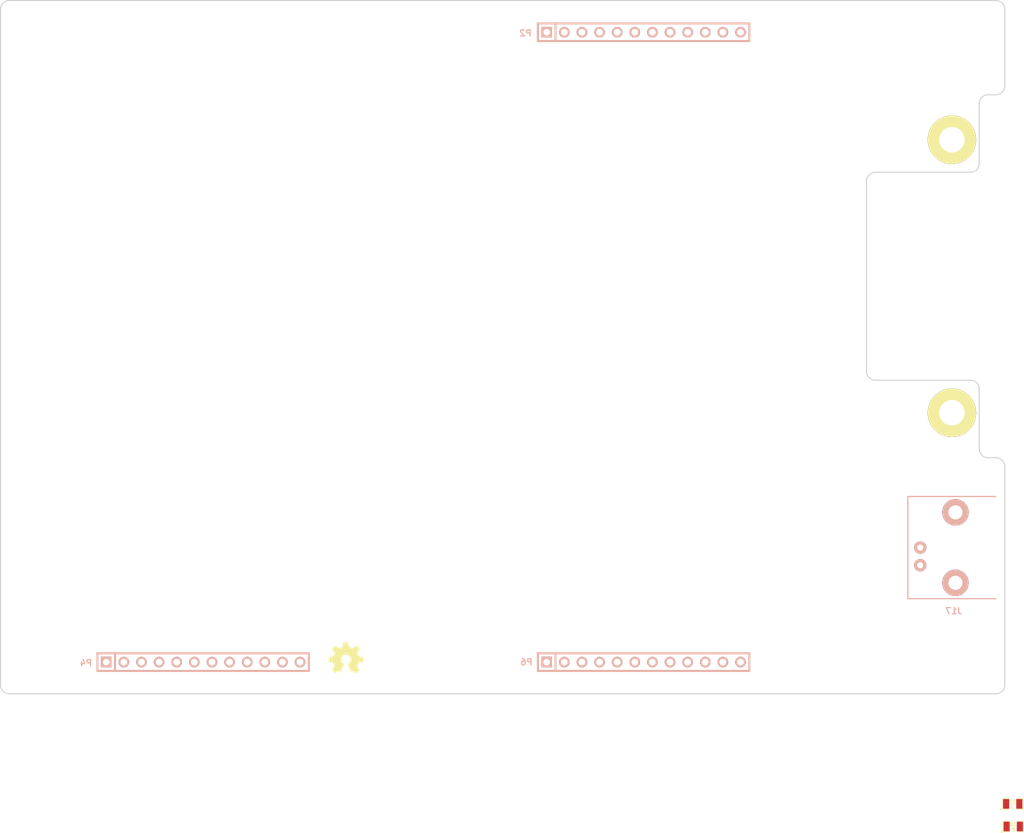
<source format=kicad_pcb>
(kicad_pcb (version 3) (host pcbnew "(2013-03-19 BZR 4004)-stable")

  (general
    (links 4)
    (no_connects 4)
    (area 50.724999 50.724999 195.655001 150.824001)
    (thickness 1.6)
    (drawings 24)
    (tracks 0)
    (zones 0)
    (modules 9)
    (nets 2)
  )

  (page USLetter)
  (title_block 
    (title "ODR-1 RF Amp & Antenna Tuner Board")
    (rev A)
  )

  (layers
    (15 F.Cu signal)
    (0 B.Cu signal)
    (16 B.Adhes user)
    (17 F.Adhes user)
    (18 B.Paste user)
    (19 F.Paste user)
    (20 B.SilkS user)
    (21 F.SilkS user)
    (22 B.Mask user)
    (23 F.Mask user)
    (24 Dwgs.User user)
    (25 Cmts.User user)
    (26 Eco1.User user)
    (27 Eco2.User user)
    (28 Edge.Cuts user)
  )

  (setup
    (last_trace_width 0.254)
    (trace_clearance 0.254)
    (zone_clearance 0.508)
    (zone_45_only no)
    (trace_min 0.254)
    (segment_width 0.2)
    (edge_width 0.15)
    (via_size 0.889)
    (via_drill 0.635)
    (via_min_size 0.889)
    (via_min_drill 0.508)
    (uvia_size 0.508)
    (uvia_drill 0.127)
    (uvias_allowed no)
    (uvia_min_size 0.508)
    (uvia_min_drill 0.127)
    (pcb_text_width 0.3)
    (pcb_text_size 1 1)
    (mod_edge_width 0.15)
    (mod_text_size 1 1)
    (mod_text_width 0.15)
    (pad_size 1.778 1.778)
    (pad_drill 0.889)
    (pad_to_mask_clearance 0)
    (aux_axis_origin 0 0)
    (visible_elements 7FFFFFFF)
    (pcbplotparams
      (layerselection 3178497)
      (usegerberextensions true)
      (excludeedgelayer true)
      (linewidth 152400)
      (plotframeref false)
      (viasonmask false)
      (mode 1)
      (useauxorigin false)
      (hpglpennumber 1)
      (hpglpenspeed 20)
      (hpglpendiameter 15)
      (hpglpenoverlay 2)
      (psnegative false)
      (psa4output false)
      (plotreference true)
      (plotvalue true)
      (plotothertext true)
      (plotinvisibletext false)
      (padsonsilk false)
      (subtractmaskfromsilk false)
      (outputformat 1)
      (mirror false)
      (drillshape 1)
      (scaleselection 1)
      (outputdirectory ""))
  )

  (net 0 "")
  (net 1 GND)

  (net_class Default "This is the default net class."
    (clearance 0.254)
    (trace_width 0.254)
    (via_dia 0.889)
    (via_drill 0.635)
    (uvia_dia 0.508)
    (uvia_drill 0.127)
    (add_net "")
    (add_net GND)
  )

  (module SM0805 (layer F.Cu) (tedit 5091495C) (tstamp 56884D26)
    (at 196.723 166.624)
    (path /53263B5D/568840B2)
    (attr smd)
    (fp_text reference C1 (at 0 -0.3175) (layer F.SilkS)
      (effects (font (size 0.50038 0.50038) (thickness 0.10922)))
    )
    (fp_text value C (at 0 0.381) (layer F.SilkS)
      (effects (font (size 0.50038 0.50038) (thickness 0.10922)))
    )
    (fp_circle (center -1.651 0.762) (end -1.651 0.635) (layer F.SilkS) (width 0.09906))
    (fp_line (start -0.508 0.762) (end -1.524 0.762) (layer F.SilkS) (width 0.09906))
    (fp_line (start -1.524 0.762) (end -1.524 -0.762) (layer F.SilkS) (width 0.09906))
    (fp_line (start -1.524 -0.762) (end -0.508 -0.762) (layer F.SilkS) (width 0.09906))
    (fp_line (start 0.508 -0.762) (end 1.524 -0.762) (layer F.SilkS) (width 0.09906))
    (fp_line (start 1.524 -0.762) (end 1.524 0.762) (layer F.SilkS) (width 0.09906))
    (fp_line (start 1.524 0.762) (end 0.508 0.762) (layer F.SilkS) (width 0.09906))
    (pad 1 smd rect (at -0.9525 0) (size 0.889 1.397)
      (layers F.Cu F.Paste F.Mask)
    )
    (pad 2 smd rect (at 0.9525 0) (size 0.889 1.397)
      (layers F.Cu F.Paste F.Mask)
    )
    (model smd/chip_cms.wrl
      (at (xyz 0 0 0))
      (scale (xyz 0.1 0.1 0.1))
      (rotate (xyz 0 0 0))
    )
  )

  (module SM0805 (layer F.Cu) (tedit 5091495C) (tstamp 56884D33)
    (at 196.798001 169.879001)
    (path /53263B5D/568840C1)
    (attr smd)
    (fp_text reference R1 (at 0 -0.3175) (layer F.SilkS)
      (effects (font (size 0.50038 0.50038) (thickness 0.10922)))
    )
    (fp_text value R (at 0 0.381) (layer F.SilkS)
      (effects (font (size 0.50038 0.50038) (thickness 0.10922)))
    )
    (fp_circle (center -1.651 0.762) (end -1.651 0.635) (layer F.SilkS) (width 0.09906))
    (fp_line (start -0.508 0.762) (end -1.524 0.762) (layer F.SilkS) (width 0.09906))
    (fp_line (start -1.524 0.762) (end -1.524 -0.762) (layer F.SilkS) (width 0.09906))
    (fp_line (start -1.524 -0.762) (end -0.508 -0.762) (layer F.SilkS) (width 0.09906))
    (fp_line (start 0.508 -0.762) (end 1.524 -0.762) (layer F.SilkS) (width 0.09906))
    (fp_line (start 1.524 -0.762) (end 1.524 0.762) (layer F.SilkS) (width 0.09906))
    (fp_line (start 1.524 0.762) (end 0.508 0.762) (layer F.SilkS) (width 0.09906))
    (pad 1 smd rect (at -0.9525 0) (size 0.889 1.397)
      (layers F.Cu F.Paste F.Mask)
    )
    (pad 2 smd rect (at 0.9525 0) (size 0.889 1.397)
      (layers F.Cu F.Paste F.Mask)
    )
    (model smd/chip_cms.wrl
      (at (xyz 0 0 0))
      (scale (xyz 0.1 0.1 0.1))
      (rotate (xyz 0 0 0))
    )
  )

  (module SIL-12-1   locked (layer B.Cu) (tedit 568873CA) (tstamp 56887185)
    (at 143.51 55.372)
    (descr "Connecteur 12 pins")
    (tags "CONN DEV")
    (path /53263B5D/5688404E)
    (fp_text reference P2 (at -17.018 0.127) (layer B.SilkS)
      (effects (font (size 0.889 0.889) (thickness 0.1778)) (justify mirror))
    )
    (fp_text value CONN_12 (at 7.62 2.54) (layer B.SilkS) hide
      (effects (font (size 0.889 0.889) (thickness 0.1778)) (justify mirror))
    )
    (fp_line (start -15.24 -1.27) (end -15.24 -1.27) (layer B.SilkS) (width 0.3048))
    (fp_line (start -15.24 -1.27) (end -15.24 1.27) (layer B.SilkS) (width 0.3048))
    (fp_line (start -15.24 1.27) (end 10.16 1.27) (layer B.SilkS) (width 0.3048))
    (fp_line (start 10.16 -1.27) (end -15.24 -1.27) (layer B.SilkS) (width 0.3048))
    (fp_line (start -12.7 -1.27) (end -12.7 1.27) (layer B.SilkS) (width 0.3048))
    (fp_line (start 10.16 1.27) (end 14.605 1.27) (layer B.SilkS) (width 0.3048))
    (fp_line (start 14.605 1.27) (end 15.24 1.27) (layer B.SilkS) (width 0.3048))
    (fp_line (start 15.24 1.27) (end 15.24 -1.27) (layer B.SilkS) (width 0.3048))
    (fp_line (start 15.24 -1.27) (end 10.16 -1.27) (layer B.SilkS) (width 0.3048))
    (pad 1 thru_hole rect (at -13.97 0) (size 1.524 1.524) (drill 0.965199)
      (layers *.Cu *.Mask B.SilkS)
    )
    (pad 2 thru_hole circle (at -11.43 0) (size 1.524 1.524) (drill 0.965199)
      (layers *.Cu *.Mask B.SilkS)
    )
    (pad 3 thru_hole circle (at -8.89 0) (size 1.524 1.524) (drill 0.965199)
      (layers *.Cu *.Mask B.SilkS)
    )
    (pad 4 thru_hole circle (at -6.35 0) (size 1.524 1.524) (drill 0.965199)
      (layers *.Cu *.Mask B.SilkS)
    )
    (pad 5 thru_hole circle (at -3.81 0) (size 1.524 1.524) (drill 0.965199)
      (layers *.Cu *.Mask B.SilkS)
    )
    (pad 6 thru_hole circle (at -1.27 0) (size 1.524 1.524) (drill 0.965199)
      (layers *.Cu *.Mask B.SilkS)
    )
    (pad 7 thru_hole circle (at 1.27 0) (size 1.524 1.524) (drill 0.965199)
      (layers *.Cu *.Mask B.SilkS)
    )
    (pad 8 thru_hole circle (at 3.81 0) (size 1.524 1.524) (drill 0.965199)
      (layers *.Cu *.Mask B.SilkS)
    )
    (pad 9 thru_hole circle (at 6.35 0) (size 1.524 1.524) (drill 0.965199)
      (layers *.Cu *.Mask B.SilkS)
    )
    (pad 10 thru_hole circle (at 8.89 0) (size 1.524 1.524) (drill 0.965199)
      (layers *.Cu *.Mask B.SilkS)
    )
    (pad 11 thru_hole circle (at 11.43 0) (size 1.524 1.524) (drill 0.965199)
      (layers *.Cu *.Mask B.SilkS)
    )
    (pad 12 thru_hole circle (at 13.97 0) (size 1.524 1.524) (drill 0.965199)
      (layers *.Cu *.Mask B.SilkS)
    )
    (model pin_array\pins_array_12x1.wrl
      (at (xyz 0 0 0))
      (scale (xyz 1 1 1))
      (rotate (xyz 0 0 0))
    )
  )

  (module SIL-12-1   locked (layer B.Cu) (tedit 568873B4) (tstamp 5688719E)
    (at 80.01 146.177)
    (descr "Connecteur 12 pins")
    (tags "CONN DEV")
    (path /53263B5D/5688407E)
    (fp_text reference P4 (at -16.891 0.127) (layer B.SilkS)
      (effects (font (size 0.889 0.889) (thickness 0.1778)) (justify mirror))
    )
    (fp_text value CONN_12 (at 7.62 2.54) (layer B.SilkS) hide
      (effects (font (size 0.889 0.889) (thickness 0.1778)) (justify mirror))
    )
    (fp_line (start -15.24 -1.27) (end -15.24 -1.27) (layer B.SilkS) (width 0.3048))
    (fp_line (start -15.24 -1.27) (end -15.24 1.27) (layer B.SilkS) (width 0.3048))
    (fp_line (start -15.24 1.27) (end 10.16 1.27) (layer B.SilkS) (width 0.3048))
    (fp_line (start 10.16 -1.27) (end -15.24 -1.27) (layer B.SilkS) (width 0.3048))
    (fp_line (start -12.7 -1.27) (end -12.7 1.27) (layer B.SilkS) (width 0.3048))
    (fp_line (start 10.16 1.27) (end 14.605 1.27) (layer B.SilkS) (width 0.3048))
    (fp_line (start 14.605 1.27) (end 15.24 1.27) (layer B.SilkS) (width 0.3048))
    (fp_line (start 15.24 1.27) (end 15.24 -1.27) (layer B.SilkS) (width 0.3048))
    (fp_line (start 15.24 -1.27) (end 10.16 -1.27) (layer B.SilkS) (width 0.3048))
    (pad 1 thru_hole rect (at -13.97 0) (size 1.524 1.524) (drill 0.965199)
      (layers *.Cu *.Mask B.SilkS)
    )
    (pad 2 thru_hole circle (at -11.43 0) (size 1.524 1.524) (drill 0.965199)
      (layers *.Cu *.Mask B.SilkS)
    )
    (pad 3 thru_hole circle (at -8.89 0) (size 1.524 1.524) (drill 0.965199)
      (layers *.Cu *.Mask B.SilkS)
    )
    (pad 4 thru_hole circle (at -6.35 0) (size 1.524 1.524) (drill 0.965199)
      (layers *.Cu *.Mask B.SilkS)
    )
    (pad 5 thru_hole circle (at -3.81 0) (size 1.524 1.524) (drill 0.965199)
      (layers *.Cu *.Mask B.SilkS)
    )
    (pad 6 thru_hole circle (at -1.27 0) (size 1.524 1.524) (drill 0.965199)
      (layers *.Cu *.Mask B.SilkS)
    )
    (pad 7 thru_hole circle (at 1.27 0) (size 1.524 1.524) (drill 0.965199)
      (layers *.Cu *.Mask B.SilkS)
    )
    (pad 8 thru_hole circle (at 3.81 0) (size 1.524 1.524) (drill 0.965199)
      (layers *.Cu *.Mask B.SilkS)
    )
    (pad 9 thru_hole circle (at 6.35 0) (size 1.524 1.524) (drill 0.965199)
      (layers *.Cu *.Mask B.SilkS)
    )
    (pad 10 thru_hole circle (at 8.89 0) (size 1.524 1.524) (drill 0.965199)
      (layers *.Cu *.Mask B.SilkS)
    )
    (pad 11 thru_hole circle (at 11.43 0) (size 1.524 1.524) (drill 0.965199)
      (layers *.Cu *.Mask B.SilkS)
    )
    (pad 12 thru_hole circle (at 13.97 0) (size 1.524 1.524) (drill 0.965199)
      (layers *.Cu *.Mask B.SilkS)
    )
    (model pin_array\pins_array_12x1.wrl
      (at (xyz 0 0 0))
      (scale (xyz 1 1 1))
      (rotate (xyz 0 0 0))
    )
  )

  (module SIL-12-1   locked (layer B.Cu) (tedit 568873C1) (tstamp 568871B7)
    (at 143.51 146.177)
    (descr "Connecteur 12 pins")
    (tags "CONN DEV")
    (path /53263B5D/56884084)
    (fp_text reference P6 (at -16.891 0) (layer B.SilkS)
      (effects (font (size 0.889 0.889) (thickness 0.1778)) (justify mirror))
    )
    (fp_text value CONN_12 (at 7.62 2.54) (layer B.SilkS) hide
      (effects (font (size 0.889 0.889) (thickness 0.1778)) (justify mirror))
    )
    (fp_line (start -15.24 -1.27) (end -15.24 -1.27) (layer B.SilkS) (width 0.3048))
    (fp_line (start -15.24 -1.27) (end -15.24 1.27) (layer B.SilkS) (width 0.3048))
    (fp_line (start -15.24 1.27) (end 10.16 1.27) (layer B.SilkS) (width 0.3048))
    (fp_line (start 10.16 -1.27) (end -15.24 -1.27) (layer B.SilkS) (width 0.3048))
    (fp_line (start -12.7 -1.27) (end -12.7 1.27) (layer B.SilkS) (width 0.3048))
    (fp_line (start 10.16 1.27) (end 14.605 1.27) (layer B.SilkS) (width 0.3048))
    (fp_line (start 14.605 1.27) (end 15.24 1.27) (layer B.SilkS) (width 0.3048))
    (fp_line (start 15.24 1.27) (end 15.24 -1.27) (layer B.SilkS) (width 0.3048))
    (fp_line (start 15.24 -1.27) (end 10.16 -1.27) (layer B.SilkS) (width 0.3048))
    (pad 1 thru_hole rect (at -13.97 0) (size 1.524 1.524) (drill 0.965199)
      (layers *.Cu *.Mask B.SilkS)
    )
    (pad 2 thru_hole circle (at -11.43 0) (size 1.524 1.524) (drill 0.965199)
      (layers *.Cu *.Mask B.SilkS)
    )
    (pad 3 thru_hole circle (at -8.89 0) (size 1.524 1.524) (drill 0.965199)
      (layers *.Cu *.Mask B.SilkS)
    )
    (pad 4 thru_hole circle (at -6.35 0) (size 1.524 1.524) (drill 0.965199)
      (layers *.Cu *.Mask B.SilkS)
    )
    (pad 5 thru_hole circle (at -3.81 0) (size 1.524 1.524) (drill 0.965199)
      (layers *.Cu *.Mask B.SilkS)
    )
    (pad 6 thru_hole circle (at -1.27 0) (size 1.524 1.524) (drill 0.965199)
      (layers *.Cu *.Mask B.SilkS)
    )
    (pad 7 thru_hole circle (at 1.27 0) (size 1.524 1.524) (drill 0.965199)
      (layers *.Cu *.Mask B.SilkS)
    )
    (pad 8 thru_hole circle (at 3.81 0) (size 1.524 1.524) (drill 0.965199)
      (layers *.Cu *.Mask B.SilkS)
    )
    (pad 9 thru_hole circle (at 6.35 0) (size 1.524 1.524) (drill 0.965199)
      (layers *.Cu *.Mask B.SilkS)
    )
    (pad 10 thru_hole circle (at 8.89 0) (size 1.524 1.524) (drill 0.965199)
      (layers *.Cu *.Mask B.SilkS)
    )
    (pad 11 thru_hole circle (at 11.43 0) (size 1.524 1.524) (drill 0.965199)
      (layers *.Cu *.Mask B.SilkS)
    )
    (pad 12 thru_hole circle (at 13.97 0) (size 1.524 1.524) (drill 0.965199)
      (layers *.Cu *.Mask B.SilkS)
    )
    (model pin_array\pins_array_12x1.wrl
      (at (xyz 0 0 0))
      (scale (xyz 1 1 1))
      (rotate (xyz 0 0 0))
    )
  )

  (module MH-6-32   locked (layer F.Cu) (tedit 56886D3E) (tstamp 568871BC)
    (at 187.96 70.866)
    (path /53263B5D/56886FE8)
    (fp_text reference MH2 (at 0 -2.54) (layer F.SilkS) hide
      (effects (font (size 1 1) (thickness 0.15)))
    )
    (fp_text value CONN_1 (at 0 2.54) (layer F.SilkS) hide
      (effects (font (size 1 1) (thickness 0.15)))
    )
    (pad 1 thru_hole circle (at 0 0) (size 6.985 6.985) (drill 3.682999)
      (layers *.Cu *.Mask F.SilkS)
      (net 1 GND)
    )
  )

  (module MH-6-32   locked (layer F.Cu) (tedit 56886D3E) (tstamp 568871C1)
    (at 187.96 110.236)
    (path /53263B5D/56887038)
    (fp_text reference MH1 (at 0 -2.54) (layer F.SilkS) hide
      (effects (font (size 1 1) (thickness 0.15)))
    )
    (fp_text value CONN_1 (at 0 2.54) (layer F.SilkS) hide
      (effects (font (size 1 1) (thickness 0.15)))
    )
    (pad 1 thru_hole circle (at 0 0) (size 6.985 6.985) (drill 3.682999)
      (layers *.Cu *.Mask F.SilkS)
      (net 1 GND)
    )
  )

  (module OSHW-logo_silkscreen-front_5mm (layer F.Cu) (tedit 0) (tstamp 56887CF3)
    (at 100.584 145.542)
    (fp_text reference G*** (at 0 2.65176) (layer F.SilkS) hide
      (effects (font (size 0.22606 0.22606) (thickness 0.04318)))
    )
    (fp_text value OSHW-logo_silkscreen-front_5mm (at 0 -2.65176) (layer F.SilkS) hide
      (effects (font (size 0.22606 0.22606) (thickness 0.04318)))
    )
    (fp_poly (pts (xy -1.51384 2.24536) (xy -1.48844 2.23012) (xy -1.43002 2.19456) (xy -1.3462 2.13868)
      (xy -1.24714 2.07264) (xy -1.14808 2.0066) (xy -1.0668 1.95326) (xy -1.01092 1.91516)
      (xy -0.98552 1.90246) (xy -0.97282 1.90754) (xy -0.9271 1.9304) (xy -0.85852 1.96596)
      (xy -0.81788 1.98628) (xy -0.75692 2.01168) (xy -0.7239 2.0193) (xy -0.71882 2.00914)
      (xy -0.69596 1.96088) (xy -0.6604 1.8796) (xy -0.61468 1.77038) (xy -0.5588 1.64338)
      (xy -0.50292 1.50876) (xy -0.4445 1.36906) (xy -0.38862 1.23444) (xy -0.34036 1.11506)
      (xy -0.29972 1.01854) (xy -0.27432 0.94996) (xy -0.26416 0.92202) (xy -0.2667 0.9144)
      (xy -0.29972 0.88392) (xy -0.35306 0.84328) (xy -0.47244 0.74676) (xy -0.58928 0.60198)
      (xy -0.6604 0.43688) (xy -0.68326 0.25146) (xy -0.66294 0.08128) (xy -0.5969 -0.08128)
      (xy -0.4826 -0.2286) (xy -0.3429 -0.33782) (xy -0.18034 -0.4064) (xy 0 -0.42926)
      (xy 0.17272 -0.40894) (xy 0.34036 -0.3429) (xy 0.48768 -0.23114) (xy 0.55118 -0.16002)
      (xy 0.63754 -0.01016) (xy 0.6858 0.14732) (xy 0.69088 0.18796) (xy 0.68326 0.36322)
      (xy 0.63246 0.5334) (xy 0.53848 0.68326) (xy 0.40894 0.80772) (xy 0.3937 0.81788)
      (xy 0.33528 0.8636) (xy 0.29464 0.89408) (xy 0.26416 0.91948) (xy 0.48768 1.45796)
      (xy 0.52324 1.54178) (xy 0.5842 1.6891) (xy 0.63754 1.8161) (xy 0.68072 1.9177)
      (xy 0.7112 1.98374) (xy 0.7239 2.01168) (xy 0.7239 2.01422) (xy 0.74422 2.01676)
      (xy 0.78486 2.00152) (xy 0.86106 1.96596) (xy 0.90932 1.94056) (xy 0.96774 1.91262)
      (xy 0.99314 1.90246) (xy 1.016 1.91516) (xy 1.06934 1.95072) (xy 1.15062 2.00406)
      (xy 1.24714 2.06756) (xy 1.33858 2.13106) (xy 1.4224 2.18694) (xy 1.48336 2.22504)
      (xy 1.51384 2.24282) (xy 1.51892 2.24282) (xy 1.54432 2.22758) (xy 1.59258 2.18694)
      (xy 1.66624 2.11836) (xy 1.77038 2.01422) (xy 1.78562 1.99898) (xy 1.87198 1.91262)
      (xy 1.94056 1.83896) (xy 1.98628 1.78816) (xy 2.00406 1.7653) (xy 2.00406 1.7653)
      (xy 1.98882 1.73482) (xy 1.95072 1.67386) (xy 1.89484 1.5875) (xy 1.82626 1.48844)
      (xy 1.64846 1.22936) (xy 1.74498 0.98552) (xy 1.77546 0.90932) (xy 1.81356 0.82042)
      (xy 1.8415 0.75438) (xy 1.85674 0.72644) (xy 1.88214 0.71628) (xy 1.95072 0.70104)
      (xy 2.04724 0.68072) (xy 2.16154 0.6604) (xy 2.2733 0.64008) (xy 2.37236 0.61976)
      (xy 2.44348 0.60706) (xy 2.4765 0.59944) (xy 2.48412 0.59436) (xy 2.49174 0.57912)
      (xy 2.49428 0.5461) (xy 2.49682 0.48514) (xy 2.49936 0.39116) (xy 2.49936 0.25146)
      (xy 2.49936 0.23622) (xy 2.49682 0.10668) (xy 2.49428 0) (xy 2.49174 -0.06604)
      (xy 2.48666 -0.09398) (xy 2.48666 -0.09398) (xy 2.45618 -0.1016) (xy 2.38506 -0.11684)
      (xy 2.286 -0.13462) (xy 2.16662 -0.15748) (xy 2.159 -0.16002) (xy 2.04216 -0.18288)
      (xy 1.9431 -0.2032) (xy 1.87198 -0.21844) (xy 1.84404 -0.2286) (xy 1.83642 -0.23622)
      (xy 1.81356 -0.28194) (xy 1.78054 -0.3556) (xy 1.7399 -0.4445) (xy 1.7018 -0.53848)
      (xy 1.66878 -0.6223) (xy 1.64592 -0.68326) (xy 1.6383 -0.7112) (xy 1.64084 -0.71374)
      (xy 1.65862 -0.74168) (xy 1.69926 -0.80264) (xy 1.75514 -0.88646) (xy 1.82372 -0.98806)
      (xy 1.8288 -0.99568) (xy 1.89738 -1.09474) (xy 1.95326 -1.1811) (xy 1.98882 -1.23952)
      (xy 2.00406 -1.26746) (xy 2.00406 -1.27) (xy 1.9812 -1.30048) (xy 1.9304 -1.35636)
      (xy 1.85674 -1.43256) (xy 1.77038 -1.52146) (xy 1.74244 -1.54686) (xy 1.64338 -1.64338)
      (xy 1.57734 -1.70434) (xy 1.53416 -1.73736) (xy 1.51384 -1.74498) (xy 1.51384 -1.74498)
      (xy 1.48336 -1.7272) (xy 1.41986 -1.68656) (xy 1.33604 -1.62814) (xy 1.23444 -1.55956)
      (xy 1.22682 -1.55448) (xy 1.12776 -1.4859) (xy 1.04394 -1.43002) (xy 0.98552 -1.38938)
      (xy 0.95758 -1.37414) (xy 0.95504 -1.37414) (xy 0.9144 -1.38684) (xy 0.84328 -1.41224)
      (xy 0.75438 -1.44526) (xy 0.66294 -1.48336) (xy 0.57912 -1.51892) (xy 0.51562 -1.54686)
      (xy 0.48514 -1.56464) (xy 0.48514 -1.56464) (xy 0.47498 -1.6002) (xy 0.4572 -1.6764)
      (xy 0.43688 -1.778) (xy 0.41148 -1.89992) (xy 0.40894 -1.92024) (xy 0.38608 -2.03962)
      (xy 0.3683 -2.13868) (xy 0.35306 -2.20726) (xy 0.34544 -2.2352) (xy 0.3302 -2.23774)
      (xy 0.27178 -2.24282) (xy 0.18288 -2.24536) (xy 0.07366 -2.24536) (xy -0.0381 -2.24536)
      (xy -0.14732 -2.24282) (xy -0.2413 -2.24028) (xy -0.30988 -2.2352) (xy -0.33782 -2.23012)
      (xy -0.33782 -2.22758) (xy -0.34798 -2.18948) (xy -0.36576 -2.11582) (xy -0.38608 -2.01168)
      (xy -0.40894 -1.88976) (xy -0.41402 -1.8669) (xy -0.43688 -1.75006) (xy -0.4572 -1.651)
      (xy -0.4699 -1.58496) (xy -0.47752 -1.55702) (xy -0.49022 -1.55194) (xy -0.53848 -1.53162)
      (xy -0.61722 -1.4986) (xy -0.71628 -1.45796) (xy -0.94488 -1.36652) (xy -1.22682 -1.55702)
      (xy -1.25222 -1.5748) (xy -1.35382 -1.64338) (xy -1.4351 -1.69926) (xy -1.49352 -1.73736)
      (xy -1.51638 -1.75006) (xy -1.51892 -1.75006) (xy -1.54686 -1.72466) (xy -1.60274 -1.67132)
      (xy -1.67894 -1.59766) (xy -1.76784 -1.5113) (xy -1.83134 -1.44526) (xy -1.91008 -1.36652)
      (xy -1.95834 -1.31318) (xy -1.98628 -1.28016) (xy -1.9939 -1.25984) (xy -1.99136 -1.2446)
      (xy -1.97358 -1.21666) (xy -1.93294 -1.1557) (xy -1.87452 -1.06934) (xy -1.80594 -0.97028)
      (xy -1.75006 -0.88646) (xy -1.6891 -0.79248) (xy -1.651 -0.72644) (xy -1.63576 -0.69342)
      (xy -1.64084 -0.68072) (xy -1.65862 -0.62484) (xy -1.69418 -0.54102) (xy -1.73482 -0.44196)
      (xy -1.83388 -0.22098) (xy -1.97866 -0.19304) (xy -2.06756 -0.17526) (xy -2.18948 -0.1524)
      (xy -2.30886 -0.12954) (xy -2.49174 -0.09398) (xy -2.49936 0.58166) (xy -2.47142 0.59436)
      (xy -2.44348 0.60198) (xy -2.3749 0.61722) (xy -2.27838 0.63754) (xy -2.16154 0.65786)
      (xy -2.06502 0.67564) (xy -1.96596 0.69596) (xy -1.89484 0.70866) (xy -1.86436 0.71628)
      (xy -1.8542 0.72644) (xy -1.83134 0.7747) (xy -1.79578 0.8509) (xy -1.75514 0.94234)
      (xy -1.71704 1.03632) (xy -1.68148 1.12522) (xy -1.65862 1.19126) (xy -1.64846 1.22428)
      (xy -1.66116 1.25222) (xy -1.69926 1.31064) (xy -1.7526 1.39192) (xy -1.82118 1.49098)
      (xy -1.88722 1.5875) (xy -1.94564 1.67132) (xy -1.98374 1.73228) (xy -2.00152 1.76022)
      (xy -1.99136 1.778) (xy -1.95326 1.82626) (xy -1.8796 1.90246) (xy -1.76784 2.01168)
      (xy -1.75006 2.02946) (xy -1.6637 2.11328) (xy -1.59004 2.18186) (xy -1.5367 2.22758)
      (xy -1.51384 2.24536)) (layer F.SilkS) (width 0.00254))
  )

  (module CON_BNC-1   locked (layer B.Cu) (tedit 56889D27) (tstamp 56889CEA)
    (at 188.468 129.667 90)
    (path /56881F1E/56889082)
    (fp_text reference J17 (at -9.144 -0.254 180) (layer B.SilkS)
      (effects (font (size 0.889 0.889) (thickness 0.1778)) (justify mirror))
    )
    (fp_text value CON_BNC (at 0 -2.286 90) (layer B.SilkS) hide
      (effects (font (size 0.889 0.889) (thickness 0.1778)) (justify mirror))
    )
    (fp_line (start -7.366 5.842) (end -7.366 -6.858) (layer B.SilkS) (width 0.1778))
    (fp_line (start -7.366 -6.858) (end 7.366 -6.858) (layer B.SilkS) (width 0.1778))
    (fp_line (start 7.366 -6.858) (end 7.366 5.842) (layer B.SilkS) (width 0.1778))
    (pad 1 thru_hole circle (at 0 -5.08 90) (size 1.778 1.778) (drill 0.889)
      (layers *.Cu *.Mask B.SilkS)
    )
    (pad 2 thru_hole circle (at -2.54 -5.08 90) (size 1.778 1.778) (drill 0.889)
      (layers *.Cu *.Mask B.SilkS)
      (net 1 GND)
    )
    (pad 3 thru_hole circle (at 5.08 0 90) (size 3.81 3.81) (drill 2.032)
      (layers *.Cu *.Mask B.SilkS)
      (net 1 GND)
    )
    (pad 4 thru_hole circle (at -5.08 0 90) (size 3.81 3.81) (drill 2.032)
      (layers *.Cu *.Mask B.SilkS)
      (net 1 GND)
    )
  )

  (gr_arc (start 52.07 149.479) (end 52.07 150.749) (angle 90) (layer Edge.Cuts) (width 0.15))
  (gr_arc (start 194.31 149.479) (end 195.58 149.479) (angle 90) (layer Edge.Cuts) (width 0.15))
  (gr_arc (start 194.31 117.983) (end 194.31 116.713) (angle 90) (layer Edge.Cuts) (width 0.15))
  (gr_arc (start 193.167 115.443) (end 193.167 116.713) (angle 90) (layer Edge.Cuts) (width 0.15))
  (gr_arc (start 190.627 106.807) (end 190.627 105.537) (angle 90) (layer Edge.Cuts) (width 0.15))
  (gr_arc (start 176.911 104.267) (end 176.911 105.537) (angle 90) (layer Edge.Cuts) (width 0.15))
  (gr_arc (start 176.911 76.835) (end 175.641 76.835) (angle 90) (layer Edge.Cuts) (width 0.15))
  (gr_arc (start 190.627 74.295) (end 191.897 74.295) (angle 90) (layer Edge.Cuts) (width 0.15))
  (gr_arc (start 193.167 65.659) (end 191.897 65.659) (angle 90) (layer Edge.Cuts) (width 0.15))
  (gr_arc (start 194.31 63.119) (end 195.58 63.119) (angle 90) (layer Edge.Cuts) (width 0.15))
  (gr_arc (start 194.31 52.07) (end 194.31 50.8) (angle 90) (layer Edge.Cuts) (width 0.15))
  (gr_arc (start 52.07 52.07) (end 50.8 52.07) (angle 90) (layer Edge.Cuts) (width 0.15))
  (gr_line (start 191.897 106.807) (end 191.897 115.443) (angle 90) (layer Edge.Cuts) (width 0.15))
  (gr_line (start 176.911 105.537) (end 190.627 105.537) (angle 90) (layer Edge.Cuts) (width 0.15))
  (gr_line (start 175.641 76.835) (end 175.641 104.267) (angle 90) (layer Edge.Cuts) (width 0.15))
  (gr_line (start 190.627 75.565) (end 176.911 75.565) (angle 90) (layer Edge.Cuts) (width 0.15))
  (gr_line (start 50.8 149.479) (end 50.8 52.07) (angle 90) (layer Edge.Cuts) (width 0.15))
  (gr_line (start 194.31 150.749) (end 52.07 150.749) (angle 90) (layer Edge.Cuts) (width 0.15))
  (gr_line (start 195.58 117.983) (end 195.58 149.479) (angle 90) (layer Edge.Cuts) (width 0.15))
  (gr_line (start 193.167 116.713) (end 194.31 116.713) (angle 90) (layer Edge.Cuts) (width 0.15))
  (gr_line (start 191.897 65.659) (end 191.897 74.295) (angle 90) (layer Edge.Cuts) (width 0.15) (tstamp 568849C1))
  (gr_line (start 194.31 64.389) (end 193.167 64.389) (angle 90) (layer Edge.Cuts) (width 0.15))
  (gr_line (start 195.58 52.07) (end 195.58 63.119) (angle 90) (layer Edge.Cuts) (width 0.15))
  (gr_line (start 52.07 50.8) (end 194.31 50.8) (angle 90) (layer Edge.Cuts) (width 0.15))

)

</source>
